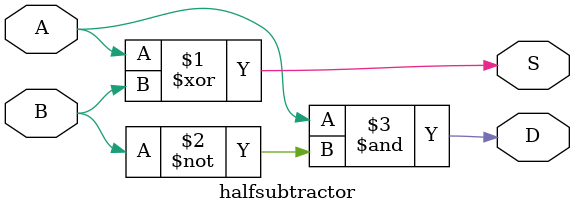
<source format=v>
`timescale 1ns / 1ps

module halfsubtractor(A,B,S,D);

input A;
input B;
output S;
output D;

assign S = A^B;
assign D = A&(~B);

endmodule

</source>
